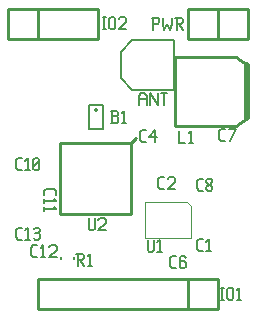
<source format=gbr>
G04 start of page 8 for group -4079 idx -4079 *
G04 Title: (unknown), topsilk *
G04 Creator: pcb 20110918 *
G04 CreationDate: Thu Aug 15 05:27:38 2013 UTC *
G04 For: mokus *
G04 Format: Gerber/RS-274X *
G04 PCB-Dimensions: 80000 100000 *
G04 PCB-Coordinate-Origin: lower left *
%MOIN*%
%FSLAX25Y25*%
%LNTOPSILK*%
%ADD129C,0.0118*%
%ADD128C,0.0039*%
%ADD127C,0.0080*%
%ADD126C,0.0060*%
%ADD125C,0.0200*%
%ADD124C,0.0100*%
G54D124*X0Y90000D02*X30000D01*
Y100000D02*Y90000D01*
X0Y100000D02*X30000D01*
X0D02*Y90000D01*
X10000Y100000D02*Y90000D01*
X0Y100000D02*X10000D01*
X60000D02*X80000D01*
X60000D02*Y90000D01*
X80000D01*
Y100000D02*Y90000D01*
X70000Y100000D02*Y90000D01*
X80000D01*
G54D125*X79700Y81400D02*Y63600D01*
G54D124*Y81400D02*X76000Y83900D01*
X55900D02*X76000D01*
X55900D02*Y61100D01*
X76000D01*
X79700Y63600D01*
G54D126*X41579Y73138D02*X55359D01*
X41579Y89477D02*X55359D01*
Y73138D01*
X41579D02*X37839Y76878D01*
Y85737D02*Y76878D01*
X41579Y89477D02*X37839Y85737D01*
G54D127*X22165Y17148D02*Y16756D01*
X17835Y17148D02*Y16756D01*
G54D124*X10000Y10000D02*X70000D01*
X10000D02*Y0D01*
X70000D01*
Y10000D02*Y0D01*
X60000Y10000D02*Y0D01*
X70000D01*
X17582Y31796D02*X41234D01*
Y55448D02*Y31796D01*
X17582Y55448D02*X41234D01*
X17582D02*Y31796D01*
X41234Y55448D02*X42734Y56948D01*
G54D128*X45845Y23740D02*X61003D01*
X45845Y35551D02*Y23740D01*
Y35551D02*X59822D01*
X61003Y34370D02*Y23740D01*
X59822Y35551D02*X61003Y34370D01*
G54D126*X27045Y59961D02*X31966D01*
Y67835D02*Y59961D01*
X27045Y67835D02*X31966D01*
X27045D02*Y59961D01*
G54D129*X29407Y66457D02*X29604D01*
G54D127*X34339Y61955D02*X36339D01*
X36839Y62455D01*
Y63655D02*Y62455D01*
X36339Y64155D02*X36839Y63655D01*
X34839Y64155D02*X36339D01*
X34839Y65955D02*Y61955D01*
X34339Y65955D02*X36339D01*
X36839Y65455D01*
Y64655D01*
X36339Y64155D02*X36839Y64655D01*
X38039Y65155D02*X38839Y65955D01*
Y61955D01*
X38039D02*X39539D01*
X57110Y59449D02*Y55449D01*
X59110D01*
X60310Y58649D02*X61110Y59449D01*
Y55449D01*
X60310D02*X61810D01*
X44723Y55696D02*X46023D01*
X44023Y56396D02*X44723Y55696D01*
X44023Y58996D02*Y56396D01*
Y58996D02*X44723Y59696D01*
X46023D01*
X47223Y57196D02*X49223Y59696D01*
X47223Y57196D02*X49723D01*
X49223Y59696D02*Y55696D01*
X43831Y70869D02*Y67869D01*
Y70869D02*X44531Y71869D01*
X45631D01*
X46331Y70869D01*
Y67869D01*
X43831Y69869D02*X46331D01*
X47531Y71869D02*Y67869D01*
Y71869D02*X50031Y67869D01*
Y71869D02*Y67869D01*
X51231Y71869D02*X53231D01*
X52231D02*Y67869D01*
X71200Y56100D02*X72500D01*
X70500Y56800D02*X71200Y56100D01*
X70500Y59400D02*Y56800D01*
Y59400D02*X71200Y60100D01*
X72500D01*
X74200Y56100D02*X76200Y60100D01*
X73700D02*X76200D01*
X31693Y97283D02*X32693D01*
X32193D02*Y93283D01*
X31693D02*X32693D01*
X33893Y96783D02*Y93783D01*
Y96783D02*X34393Y97283D01*
X35393D01*
X35893Y96783D01*
Y93783D01*
X35393Y93283D02*X35893Y93783D01*
X34393Y93283D02*X35393D01*
X33893Y93783D02*X34393Y93283D01*
X37093Y96783D02*X37593Y97283D01*
X39093D01*
X39593Y96783D01*
Y95783D01*
X37093Y93283D02*X39593Y95783D01*
X37093Y93283D02*X39593D01*
X48500Y97000D02*Y93000D01*
X48000Y97000D02*X50000D01*
X50500Y96500D01*
Y95500D01*
X50000Y95000D02*X50500Y95500D01*
X48500Y95000D02*X50000D01*
X51700Y97000D02*Y95000D01*
X52200Y93000D01*
X53200Y95000D01*
X54200Y93000D01*
X54700Y95000D01*
Y97000D02*Y95000D01*
X55900Y97000D02*X57900D01*
X58400Y96500D01*
Y95500D01*
X57900Y95000D02*X58400Y95500D01*
X56400Y95000D02*X57900D01*
X56400Y97000D02*Y93000D01*
X57200Y95000D02*X58400Y93000D01*
X63788Y19221D02*X65088D01*
X63088Y19921D02*X63788Y19221D01*
X63088Y22521D02*Y19921D01*
Y22521D02*X63788Y23221D01*
X65088D01*
X66288Y22421D02*X67088Y23221D01*
Y19221D01*
X66288D02*X67788D01*
X63790Y39449D02*X65090D01*
X63090Y40149D02*X63790Y39449D01*
X63090Y42749D02*Y40149D01*
Y42749D02*X63790Y43449D01*
X65090D01*
X66290Y39949D02*X66790Y39449D01*
X66290Y40749D02*Y39949D01*
Y40749D02*X66990Y41449D01*
X67590D01*
X68290Y40749D01*
Y39949D01*
X67790Y39449D02*X68290Y39949D01*
X66790Y39449D02*X67790D01*
X66290Y42149D02*X66990Y41449D01*
X66290Y42949D02*Y42149D01*
Y42949D02*X66790Y43449D01*
X67790D01*
X68290Y42949D01*
Y42149D01*
X67590Y41449D02*X68290Y42149D01*
X71000Y7000D02*X72000D01*
X71500D02*Y3000D01*
X71000D02*X72000D01*
X73200Y6500D02*Y3500D01*
Y6500D02*X73700Y7000D01*
X74700D01*
X75200Y6500D01*
Y3500D01*
X74700Y3000D02*X75200Y3500D01*
X73700Y3000D02*X74700D01*
X73200Y3500D02*X73700Y3000D01*
X76400Y6200D02*X77200Y7000D01*
Y3000D01*
X76400D02*X77900D01*
X22948Y18449D02*X24948D01*
X25448Y17949D01*
Y16949D01*
X24948Y16449D02*X25448Y16949D01*
X23448Y16449D02*X24948D01*
X23448Y18449D02*Y14449D01*
X24248Y16449D02*X25448Y14449D01*
X26648Y17649D02*X27448Y18449D01*
Y14449D01*
X26648D02*X28148D01*
X27052Y30284D02*Y26784D01*
X27552Y26284D01*
X28552D01*
X29052Y26784D01*
Y30284D02*Y26784D01*
X30252Y29784D02*X30752Y30284D01*
X32252D01*
X32752Y29784D01*
Y28784D01*
X30252Y26284D02*X32752Y28784D01*
X30252Y26284D02*X32752D01*
X3462Y23119D02*X4762D01*
X2762Y23819D02*X3462Y23119D01*
X2762Y26419D02*Y23819D01*
Y26419D02*X3462Y27119D01*
X4762D01*
X5962Y26319D02*X6762Y27119D01*
Y23119D01*
X5962D02*X7462D01*
X8662Y26619D02*X9162Y27119D01*
X10162D01*
X10662Y26619D01*
X10162Y23119D02*X10662Y23619D01*
X9162Y23119D02*X10162D01*
X8662Y23619D02*X9162Y23119D01*
Y25319D02*X10162D01*
X10662Y26619D02*Y25819D01*
Y24819D02*Y23619D01*
Y24819D02*X10162Y25319D01*
X10662Y25819D02*X10162Y25319D01*
X3419Y46225D02*X4719D01*
X2719Y46925D02*X3419Y46225D01*
X2719Y49525D02*Y46925D01*
Y49525D02*X3419Y50225D01*
X4719D01*
X5919Y49425D02*X6719Y50225D01*
Y46225D01*
X5919D02*X7419D01*
X8619Y46725D02*X9119Y46225D01*
X8619Y49725D02*Y46725D01*
Y49725D02*X9119Y50225D01*
X10119D01*
X10619Y49725D01*
Y46725D01*
X10119Y46225D02*X10619Y46725D01*
X9119Y46225D02*X10119D01*
X8619Y47225D02*X10619Y49225D01*
X8614Y17150D02*X9914D01*
X7914Y17850D02*X8614Y17150D01*
X7914Y20450D02*Y17850D01*
Y20450D02*X8614Y21150D01*
X9914D01*
X11114Y20350D02*X11914Y21150D01*
Y17150D01*
X11114D02*X12614D01*
X13814Y20650D02*X14314Y21150D01*
X15814D01*
X16314Y20650D01*
Y19650D01*
X13814Y17150D02*X16314Y19650D01*
X13814Y17150D02*X16314D01*
X12237Y39277D02*Y37977D01*
X12937Y39977D02*X12237Y39277D01*
X12937Y39977D02*X15537D01*
X16237Y39277D01*
Y37977D01*
X15437Y36777D02*X16237Y35977D01*
X12237D02*X16237D01*
X12237Y36777D02*Y35277D01*
X15437Y34077D02*X16237Y33277D01*
X12237D02*X16237D01*
X12237Y34077D02*Y32577D01*
X46645Y23082D02*Y19582D01*
X47145Y19082D01*
X48145D01*
X48645Y19582D01*
Y23082D02*Y19582D01*
X49845Y22282D02*X50645Y23082D01*
Y19082D01*
X49845D02*X51345D01*
X54848Y13623D02*X56148D01*
X54148Y14323D02*X54848Y13623D01*
X54148Y16923D02*Y14323D01*
Y16923D02*X54848Y17623D01*
X56148D01*
X58848D02*X59348Y17123D01*
X57848Y17623D02*X58848D01*
X57348Y17123D02*X57848Y17623D01*
X57348Y17123D02*Y14123D01*
X57848Y13623D01*
X58848Y15823D02*X59348Y15323D01*
X57348Y15823D02*X58848D01*
X57848Y13623D02*X58848D01*
X59348Y14123D01*
Y15323D02*Y14123D01*
X50880Y39963D02*X52180D01*
X50180Y40663D02*X50880Y39963D01*
X50180Y43263D02*Y40663D01*
Y43263D02*X50880Y43963D01*
X52180D01*
X53380Y43463D02*X53880Y43963D01*
X55380D01*
X55880Y43463D01*
Y42463D01*
X53380Y39963D02*X55880Y42463D01*
X53380Y39963D02*X55880D01*
M02*

</source>
